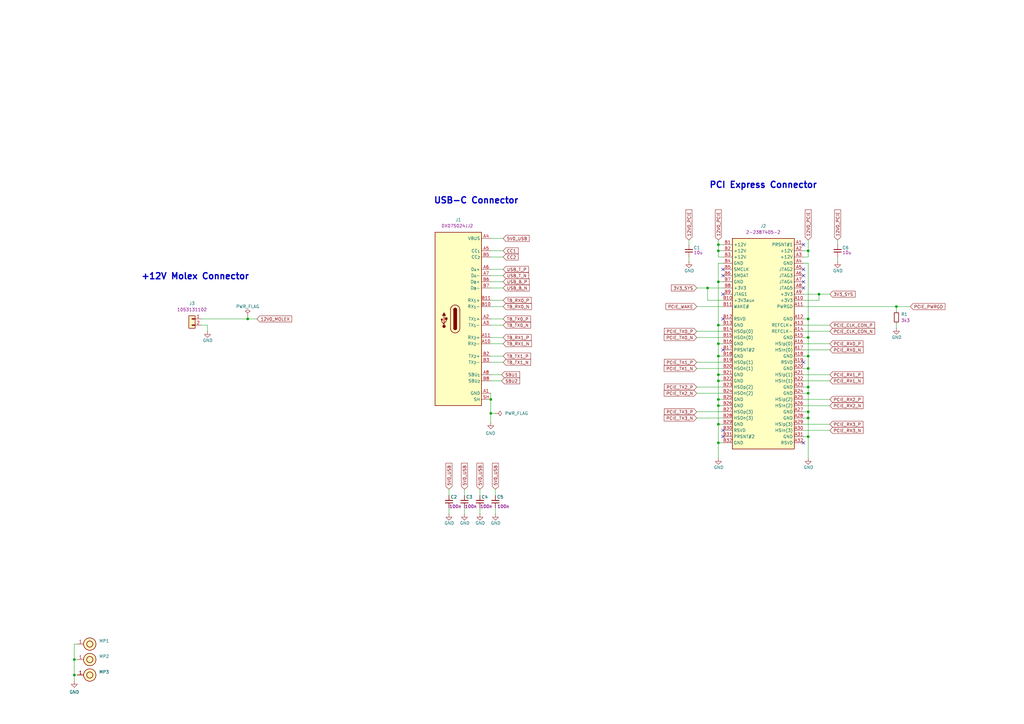
<source format=kicad_sch>
(kicad_sch (version 20231120) (generator "eeschema") (generator_version "8.0")
  (paper "A3")
  (title_block (title "Thunderbolt PCIe Adaper") (date "2023-08-09") (rev "1.0.2") (comment 1 "www.antmicro.com") (comment 2 "Antmicro Ltd."))
  (lib_symbols
    (symbol "antmicroCapacitors0402:C_100n_0402" (pin_numbers hide) (pin_names hide)
      (property "Reference" "C" (at 20.32 -5.08 0))
      (property "Val" "100n" (at 20.32 -7.62 0))
      (symbol "C_100n_0402_0_1"
        (polyline (pts (xy 2.032 -1.524) (xy 2.032 1.524)) (stroke (width 0.3048)))
        (polyline (pts (xy 3.048 -1.524) (xy 3.048 1.524)) (stroke (width 0.3302)))
      )
      (symbol "C_100n_0402_1_1"
        (pin passive line (at 0 0 0) (length 2.032) (name "~") (number "1"))
        (pin passive line (at 5.08 0 180) (length 2.032) (name "~") (number "2"))
      )
    )
    (symbol "antmicroCapacitorsmisc:C_10u_0805_35V" (pin_numbers hide) (pin_names hide)
      (property "Reference" "C" (at 20.32 -5.08 0))
      (property "Val" "10u" (at 20.32 -7.62 0))
      (symbol "C_10u_0805_35V_0_1"
        (polyline (pts (xy 2.032 -1.524) (xy 2.032 1.524)) (stroke (width 0.3048)))
        (polyline (pts (xy 3.048 -1.524) (xy 3.048 1.524)) (stroke (width 0.3302)))
      )
      (symbol "C_10u_0805_35V_1_1"
        (pin passive line (at 0 0 0) (length 2.032) (name "~") (number "1"))
        (pin passive line (at 5.08 0 180) (length 2.032) (name "~") (number "2"))
      )
    )
    (symbol "antmicroMechanicalParts:MP_Pad6mm_Drill3mm" (pin_names hide) (in_bom no)
      (property "Reference" "MP" (at 20.32 -2.54 0))
      (property "Value" "MP_Pad6mm_Drill3mm" (at 20.32 -5.08 0))
      (symbol "MP_Pad6mm_Drill3mm_1_1"
        (circle (center 5.08 0) (radius 1.27) (stroke (width 0.254)) (fill (type background)))
        (circle (center 5.08 0) (radius 2.54) (stroke (width 0.254)) (fill (type background)))
        (pin passive line (at 0 0 0) (length 2.54) (name "~") (number "1"))
      )
    )
    (symbol "antmicroPciConnectors:PCIe_x4_Conn_EdgeMount_Open"
      (property "Reference" "J" (at 48.26 -2.54 0))
      (property "MPN" "2-2387405-2" (at 48.26 -12.7 0))
      (symbol "PCIe_x4_Conn_EdgeMount_Open_0_1"
        (rectangle (start 3.81 2.54) (end 29.21 -83.82) (stroke (width 0.254)) (fill (type background)))
      )
      (symbol "PCIe_x4_Conn_EdgeMount_Open_1_1"
        (pin passive line (at 33.02 0 180) (length 3.81) (name "PRSNT#1") (number "A1"))
        (pin passive line (at 33.02 -22.86 180) (length 3.81) (name "+3V3") (number "A10"))
        (pin passive line (at 33.02 -25.4 180) (length 3.81) (name "PWRGD") (number "A11"))
        (pin passive line (at 33.02 -30.48 180) (length 3.81) (name "GND") (number "A12"))
        (pin passive line (at 33.02 -33.02 180) (length 3.81) (name "REFCLK+") (number "A13"))
        (pin passive line (at 33.02 -35.56 180) (length 3.81) (name "REFCLK-") (number "A14"))
        (pin passive line (at 33.02 -38.1 180) (length 3.81) (name "GND") (number "A15"))
        (pin passive line (at 33.02 -40.64 180) (length 3.81) (name "HSIp(0)") (number "A16"))
        (pin passive line (at 33.02 -43.18 180) (length 3.81) (name "HSIn(0)") (number "A17"))
        (pin passive line (at 33.02 -45.72 180) (length 3.81) (name "GND") (number "A18"))
        (pin passive line (at 33.02 -48.26 180) (length 3.81) (name "RSVD") (number "A19"))
        (pin passive line (at 33.02 -2.54 180) (length 3.81) (name "+12V") (number "A2"))
        (pin passive line (at 33.02 -50.8 180) (length 3.81) (name "GND") (number "A20"))
        (pin passive line (at 33.02 -53.34 180) (length 3.81) (name "HSIp(1)") (number "A21"))
        (pin passive line (at 33.02 -55.88 180) (length 3.81) (name "HSIn(1)") (number "A22"))
        (pin passive line (at 33.02 -58.42 180) (length 3.81) (name "GND") (number "A23"))
        (pin passive line (at 33.02 -60.96 180) (length 3.81) (name "GND") (number "A24"))
        (pin passive line (at 33.02 -63.5 180) (length 3.81) (name "HSIp(2)") (number "A25"))
        (pin passive line (at 33.02 -66.04 180) (length 3.81) (name "HSIn(2)") (number "A26"))
        (pin passive line (at 33.02 -68.58 180) (length 3.81) (name "GND") (number "A27"))
        (pin input line (at 33.02 -71.12 180) (length 3.81) (name "GND") (number "A28"))
        (pin passive line (at 33.02 -73.66 180) (length 3.81) (name "HSIp(3)") (number "A29"))
        (pin passive line (at 33.02 -5.08 180) (length 3.81) (name "+12V") (number "A3"))
        (pin passive line (at 33.02 -76.2 180) (length 3.81) (name "HSIn(3)") (number "A30"))
        (pin passive line (at 33.02 -78.74 180) (length 3.81) (name "GND") (number "A31"))
        (pin passive line (at 33.02 -81.28 180) (length 3.81) (name "RSVD") (number "A32"))
        (pin passive line (at 33.02 -7.62 180) (length 3.81) (name "GND") (number "A4"))
        (pin passive line (at 33.02 -10.16 180) (length 3.81) (name "JTAG2") (number "A5"))
        (pin passive line (at 33.02 -12.7 180) (length 3.81) (name "JTAG3") (number "A6"))
        (pin passive line (at 33.02 -15.24 180) (length 3.81) (name "JTAG4") (number "A7"))
        (pin passive line (at 33.02 -17.78 180) (length 3.81) (name "JTAG5") (number "A8"))
        (pin passive line (at 33.02 -20.32 180) (length 3.81) (name "+3V3") (number "A9"))
        (pin passive line (at 0 0 0) (length 3.81) (name "+12V") (number "B1"))
        (pin passive line (at 0 -22.86 0) (length 3.81) (name "+3V3aux") (number "B10"))
        (pin passive line (at 0 -25.4 0) (length 3.81) (name "WAKE#") (number "B11"))
        (pin passive line (at 0 -30.48 0) (length 3.81) (name "RSVD") (number "B12"))
        (pin passive line (at 0 -33.02 0) (length 3.81) (name "GND") (number "B13"))
        (pin passive line (at 0 -35.56 0) (length 3.81) (name "HSOp(0)") (number "B14"))
        (pin passive line (at 0 -38.1 0) (length 3.81) (name "HSOn(0)") (number "B15"))
        (pin passive line (at 0 -40.64 0) (length 3.81) (name "GND") (number "B16"))
        (pin passive line (at 0 -43.18 0) (length 3.81) (name "PRSNT#2") (number "B17"))
        (pin passive line (at 0 -45.72 0) (length 3.81) (name "GND") (number "B18"))
        (pin passive line (at 0 -48.26 0) (length 3.81) (name "HSOp(1)") (number "B19"))
        (pin passive line (at 0 -2.54 0) (length 3.81) (name "+12V") (number "B2"))
        (pin passive line (at 0 -50.8 0) (length 3.81) (name "HSOn(1)") (number "B20"))
        (pin passive line (at 0 -53.34 0) (length 3.81) (name "GND") (number "B21"))
        (pin passive line (at 0 -55.88 0) (length 3.81) (name "GND") (number "B22"))
        (pin passive line (at 0 -58.42 0) (length 3.81) (name "HSOp(2)") (number "B23"))
        (pin passive line (at 0 -60.96 0) (length 3.81) (name "HSOn(2)") (number "B24"))
        (pin passive line (at 0 -63.5 0) (length 3.81) (name "GND") (number "B25"))
        (pin passive line (at 0 -66.04 0) (length 3.81) (name "GND") (number "B26"))
        (pin passive line (at 0 -68.58 0) (length 3.81) (name "HSOp(3)") (number "B27"))
        (pin passive line (at 0 -71.12 0) (length 3.81) (name "HSOn(3)") (number "B28"))
        (pin passive line (at 0 -73.66 0) (length 3.81) (name "GND") (number "B29"))
        (pin passive line (at 0 -5.08 0) (length 3.81) (name "+12V") (number "B3"))
        (pin passive line (at 0 -76.2 0) (length 3.81) (name "RSVD") (number "B30"))
        (pin passive line (at 0 -78.74 0) (length 3.81) (name "PRSNT#2") (number "B31"))
        (pin passive line (at 0 -81.28 0) (length 3.81) (name "GND") (number "B32"))
        (pin passive line (at 0 -7.62 0) (length 3.81) (name "GND") (number "B4"))
        (pin passive line (at 0 -10.16 0) (length 3.81) (name "SMCLK") (number "B5"))
        (pin passive line (at 0 -12.7 0) (length 3.81) (name "SMDAT") (number "B6"))
        (pin passive line (at 0 -15.24 0) (length 3.81) (name "GND") (number "B7"))
        (pin passive line (at 0 -17.78 0) (length 3.81) (name "+3V3") (number "B8"))
        (pin passive line (at 0 -20.32 0) (length 3.81) (name "JTAG1") (number "B9"))
      )
    )
    (symbol "antmicroResistors0402:R_3k3_0402" (pin_numbers hide) (pin_names hide)
      (property "Reference" "R" (at 20.32 -5.08 0))
      (property "Val" "3k3" (at 20.32 -7.62 0))
      (symbol "R_3k3_0402_0_1"
        (rectangle (start 0.635 0.889) (end 4.445 -0.889) (stroke (width 0.254)))
      )
      (symbol "R_3k3_0402_1_1"
        (pin passive line (at 0 0 0) (length 0.635) (name "~") (number "1"))
        (pin passive line (at 5.08 0 180) (length 0.635) (name "~") (number "2"))
      )
    )
    (symbol "antmicroUSBConnectors:USB-C_JAE_DX07S024JJ2"
      (property "Reference" "J" (at 36.83 2.54 0))
      (property "Value" "USB-C_JAE_DX07S024JJ2" (at 36.83 0 0))
      (symbol "USB-C_JAE_DX07S024JJ2_1_1"
        (rectangle (start -22.86 -68.58) (end -3.81 2.54) (stroke (width 0.254)) (fill (type background)))
        (circle (center -20.066 -33.274) (radius 0.284) (stroke (width 0.254)) (fill (type outline)))
        (circle (center -19.177 -36.068) (radius 0.5236) (stroke (width 0.254)) (fill (type outline)))
        (rectangle (start -18.669 -33.274) (end -17.907 -32.512) (stroke (width 0.254)) (fill (type outline)))
        (arc (start -16.51 -36.83) (mid -14.605 -38.7267) (end -12.7 -36.83) (stroke (width 0.254)) (fill (type background)))
        (arc (start -15.24 -36.83) (mid -14.605 -37.4623) (end -13.97 -36.83) (stroke (width 0.254)) (fill (type outline)))
        (arc (start -15.24 -36.83) (mid -14.605 -37.4623) (end -13.97 -36.83) (stroke (width 0.254)) (fill (type background)))
        (rectangle (start -15.24 -36.83) (end -13.97 -29.21) (stroke (width 0.254)) (fill (type outline)))
        (arc (start -13.97 -29.21) (mid -14.605 -28.5777) (end -15.24 -29.21) (stroke (width 0.254)) (fill (type outline)))
        (arc (start -13.97 -29.21) (mid -14.605 -28.5777) (end -15.24 -29.21) (stroke (width 0.254)) (fill (type background)))
        (arc (start -12.7 -29.21) (mid -14.605 -27.3133) (end -16.51 -29.21) (stroke (width 0.254)) (fill (type background)))
        (polyline (pts (xy -19.177 -35.941) (xy -19.177 -31.623)) (stroke (width 0.254)) (fill (type background)))
        (polyline (pts (xy -16.51 -36.83) (xy -16.51 -29.21)) (stroke (width 0.254)) (fill (type background)))
        (polyline (pts (xy -12.7 -29.21) (xy -12.7 -36.83)) (stroke (width 0.254)) (fill (type background)))
        (polyline (pts (xy -19.177 -35.179) (xy -20.066 -34.29) (xy -20.066 -33.655)) (stroke (width 0.254)) (fill (type background)))
        (polyline (pts (xy -19.177 -34.798) (xy -18.288 -33.909) (xy -18.288 -33.274)) (stroke (width 0.254)) (fill (type background)))
        (polyline (pts (xy -19.812 -31.623) (xy -19.177 -30.48) (xy -18.542 -31.623) (xy -19.812 -31.623)) (stroke (width 0.254)) (fill (type outline)))
        (pin power_in line (at 0 -63.5 180) (length 3.81) (name "GND") (number "A1"))
        (pin bidirectional line (at 0 -43.18 180) (length 3.81) (name "RX_{2}-") (number "A10"))
        (pin bidirectional line (at 0 -40.64 180) (length 3.81) (name "RX_{2}+") (number "A11"))
        (pin passive line (at 0 -63.5 180) (length 3.81) hide (name "GND") (number "A12"))
        (pin bidirectional line (at 0 -33.02 180) (length 3.81) (name "TX_{1}+") (number "A2"))
        (pin bidirectional line (at 0 -35.56 180) (length 3.81) (name "TX_{1}-") (number "A3"))
        (pin passive line (at 0 0 180) (length 3.81) (name "VBUS") (number "A4"))
        (pin bidirectional line (at 0 -5.08 180) (length 3.81) (name "CC_{1}") (number "A5"))
        (pin bidirectional line (at 0 -12.7 180) (length 3.81) (name "D_{A}+") (number "A6"))
        (pin bidirectional line (at 0 -15.24 180) (length 3.81) (name "D_{A}-") (number "A7"))
        (pin bidirectional line (at 0 -55.88 180) (length 3.81) (name "SBU_{1}") (number "A8"))
        (pin passive line (at 0 0 180) (length 3.81) hide (name "VBUS") (number "A9"))
        (pin passive line (at 0 -63.5 180) (length 3.81) hide (name "GND") (number "B1"))
        (pin bidirectional line (at 0 -27.94 180) (length 3.81) (name "RX_{1}-") (number "B10"))
        (pin bidirectional line (at 0 -25.4 180) (length 3.81) (name "RX_{1}+") (number "B11"))
        (pin passive line (at 0 -63.5 180) (length 3.81) hide (name "GND") (number "B12"))
        (pin bidirectional line (at 0 -48.26 180) (length 3.81) (name "TX_{2}+") (number "B2"))
        (pin bidirectional line (at 0 -50.8 180) (length 3.81) (name "TX_{2}-") (number "B3"))
        (pin passive line (at 0 0 180) (length 3.81) hide (name "VBUS") (number "B4"))
        (pin bidirectional line (at 0 -7.62 180) (length 3.81) (name "CC_{2}") (number "B5"))
        (pin bidirectional line (at 0 -17.78 180) (length 3.81) (name "D_{B}+") (number "B6"))
        (pin bidirectional line (at 0 -20.32 180) (length 3.81) (name "D_{B}-") (number "B7"))
        (pin bidirectional line (at 0 -58.42 180) (length 3.81) (name "SBU_{2}") (number "B8"))
        (pin passive line (at 0 0 180) (length 3.81) hide (name "VBUS") (number "B9"))
        (pin passive line (at 0 -66.04 180) (length 3.81) (name "SH") (number "SH"))
      )
    )
    (symbol "antmicroWire2BoardConnectors:Molex_Nano-Fit_1x2_1053131102"
      (property "Reference" "J" (at 13.335 -2.54 0))
      (property "MPN" "1053131102" (at 13.335 -15.24 0))
      (symbol "Molex_Nano-Fit_1x2_1053131102_1_1"
        (rectangle (start 2.54 -2.413) (end 3.81 -2.667) (stroke (width 0.254)) (fill (type background)))
        (rectangle (start 2.54 0.127) (end 3.81 -0.127) (stroke (width 0.254)) (fill (type background)))
        (rectangle (start 2.54 1.27) (end 5.08 -3.81) (stroke (width 0.254)) (fill (type background)))
        (pin input line (at 0 0 0) (length 2.54) (name "~") (number "1"))
        (pin input line (at 0 -2.54 0) (length 2.54) (name "~") (number "2"))
      )
    )
    (symbol "antmicropower:GND" (power) (pin_numbers hide) (pin_names hide)
      (property "Value" "GND" (at 8.89 -5.08 0))
      (symbol "GND_1_1"
        (polyline (pts (xy 0 0) (xy 0 -1.27) (xy 1.27 -1.27) (xy 0 -2.54) (xy -1.27 -1.27) (xy 0 -1.27)))
        (pin power_in line (at 0 0 270) (length 0) (name "GND") (number "1"))
      )
    )
    (symbol "antmicropower:PWR_FLAG" (power) (pin_numbers hide) (pin_names (offset 0) hide)
      (property "Value" "PWR_FLAG" (at 0 3.81 0))
      (symbol "PWR_FLAG_0_0"
        (pin power_out line (at 0 0 90) (length 0) (name "pwr") (number "1"))
      )
      (symbol "PWR_FLAG_0_1"
        (polyline (pts (xy 0 0) (xy 0 1.27) (xy -1.016 1.905) (xy 0 2.54) (xy 1.016 1.905) (xy 0 1.27)))
      )
    )
  )
  (junction (at 290.195 118.11))
  (junction (at 294.64 115.57))
  (junction (at 294.64 133.35))
  (junction (at 294.64 153.67))
  (junction (at 30.48 270.51))
  (junction (at 294.64 102.87))
  (junction (at 294.64 173.99))
  (junction (at 294.64 146.05))
  (junction (at 331.47 138.43))
  (junction (at 331.47 151.13))
  (junction (at 201.295 163.83))
  (junction (at 331.47 102.87))
  (junction (at 30.48 276.86))
  (junction (at 331.47 146.05))
  (junction (at 335.915 120.65))
  (junction (at 331.47 130.81))
  (junction (at 294.64 140.97))
  (junction (at 201.295 169.545))
  (junction (at 331.47 161.29))
  (junction (at 331.47 168.91))
  (junction (at 101.6 130.81))
  (junction (at 331.47 158.75))
  (junction (at 294.64 166.37))
  (junction (at 294.64 181.61))
  (junction (at 294.64 163.83))
  (junction (at 294.64 100.33))
  (junction (at 331.47 179.07))
  (junction (at 367.665 125.73))
  (junction (at 331.47 171.45))
  (junction (at 294.64 156.21))
  (no_connect (at 296.545 110.49))
  (no_connect (at 296.545 176.53))
  (no_connect (at 296.545 143.51))
  (no_connect (at 329.565 110.49))
  (no_connect (at 329.565 181.61))
  (no_connect (at 296.545 113.03))
  (no_connect (at 296.545 130.81))
  (no_connect (at 329.565 100.33))
  (no_connect (at 296.545 179.07))
  (no_connect (at 329.565 113.03))
  (no_connect (at 296.545 120.65))
  (no_connect (at 329.565 115.57))
  (no_connect (at 329.565 148.59))
  (no_connect (at 329.565 118.11))
  (wire (pts (xy 294.64 133.35) (xy 294.64 140.97)))
  (wire (pts (xy 329.565 173.99) (xy 340.36 173.99)))
  (wire (pts (xy 190.5 200.66) (xy 190.5 203.2)))
  (wire (pts (xy 329.565 102.87) (xy 331.47 102.87)))
  (wire (pts (xy 282.575 98.425) (xy 282.575 100.33)))
  (wire (pts (xy 294.64 102.87) (xy 296.545 102.87)))
  (wire (pts (xy 285.75 171.45) (xy 296.545 171.45)))
  (wire (pts (xy 285.75 158.75) (xy 296.545 158.75)))
  (wire (pts (xy 294.64 107.95) (xy 294.64 115.57)))
  (wire (pts (xy 296.545 140.97) (xy 294.64 140.97)))
  (wire (pts (xy 331.47 168.91) (xy 331.47 171.45)))
  (wire (pts (xy 329.565 130.81) (xy 331.47 130.81)))
  (wire (pts (xy 294.64 156.21) (xy 294.64 163.83)))
  (wire (pts (xy 201.295 102.87) (xy 206.375 102.87)))
  (wire (pts (xy 290.195 118.11) (xy 290.195 123.19)))
  (wire (pts (xy 329.565 179.07) (xy 331.47 179.07)))
  (wire (pts (xy 367.665 132.715) (xy 367.665 134.62)))
  (wire (pts (xy 331.47 171.45) (xy 331.47 179.07)))
  (wire (pts (xy 329.565 125.73) (xy 367.665 125.73)))
  (wire (pts (xy 331.47 146.05) (xy 331.47 151.13)))
  (wire (pts (xy 184.15 200.66) (xy 184.15 203.2)))
  (wire (pts (xy 285.75 148.59) (xy 296.545 148.59)))
  (wire (pts (xy 31.75 276.86) (xy 30.48 276.86)))
  (wire (pts (xy 329.565 163.83) (xy 340.36 163.83)))
  (wire (pts (xy 196.85 200.66) (xy 196.85 203.2)))
  (wire (pts (xy 294.64 102.87) (xy 294.64 105.41)))
  (wire (pts (xy 203.2 200.66) (xy 203.2 203.2)))
  (wire (pts (xy 331.47 130.81) (xy 331.47 138.43)))
  (wire (pts (xy 201.295 113.03) (xy 206.375 113.03)))
  (wire (pts (xy 190.5 208.28) (xy 190.5 210.82)))
  (wire (pts (xy 329.565 120.65) (xy 335.915 120.65)))
  (wire (pts (xy 367.665 125.73) (xy 367.665 127.635)))
  (wire (pts (xy 331.47 179.07) (xy 331.47 187.96)))
  (wire (pts (xy 294.64 100.33) (xy 294.64 102.87)))
  (wire (pts (xy 285.75 168.91) (xy 296.545 168.91)))
  (wire (pts (xy 331.47 161.29) (xy 331.47 168.91)))
  (wire (pts (xy 201.295 163.83) (xy 201.295 169.545)))
  (wire (pts (xy 335.915 120.65) (xy 340.36 120.65)))
  (wire (pts (xy 329.565 176.53) (xy 340.36 176.53)))
  (wire (pts (xy 196.85 208.28) (xy 196.85 210.82)))
  (wire (pts (xy 331.47 151.13) (xy 331.47 158.75)))
  (wire (pts (xy 329.565 146.05) (xy 331.47 146.05)))
  (wire (pts (xy 296.545 133.35) (xy 294.64 133.35)))
  (wire (pts (xy 101.6 129.54) (xy 101.6 130.81)))
  (wire (pts (xy 201.295 153.67) (xy 205.74 153.67)))
  (wire (pts (xy 296.545 163.83) (xy 294.64 163.83)))
  (wire (pts (xy 294.64 100.33) (xy 296.545 100.33)))
  (wire (pts (xy 285.75 161.29) (xy 296.545 161.29)))
  (wire (pts (xy 201.295 97.79) (xy 206.375 97.79)))
  (wire (pts (xy 294.64 163.83) (xy 294.64 166.37)))
  (wire (pts (xy 296.545 166.37) (xy 294.64 166.37)))
  (wire (pts (xy 294.64 98.425) (xy 294.64 100.33)))
  (wire (pts (xy 201.295 105.41) (xy 206.375 105.41)))
  (wire (pts (xy 101.6 130.81) (xy 105.41 130.81)))
  (wire (pts (xy 201.295 169.545) (xy 201.295 173.355)))
  (wire (pts (xy 331.47 98.425) (xy 331.47 102.87)))
  (wire (pts (xy 30.48 276.86) (xy 30.48 279.4)))
  (wire (pts (xy 85.09 135.89) (xy 85.09 133.35)))
  (wire (pts (xy 329.565 123.19) (xy 335.915 123.19)))
  (wire (pts (xy 367.665 125.73) (xy 373.38 125.73)))
  (wire (pts (xy 329.565 140.97) (xy 340.36 140.97)))
  (wire (pts (xy 201.295 133.35) (xy 206.375 133.35)))
  (wire (pts (xy 331.47 105.41) (xy 329.565 105.41)))
  (wire (pts (xy 201.295 161.29) (xy 201.295 163.83)))
  (wire (pts (xy 331.47 158.75) (xy 331.47 161.29)))
  (wire (pts (xy 294.64 166.37) (xy 294.64 173.99)))
  (wire (pts (xy 282.575 105.41) (xy 282.575 107.315)))
  (wire (pts (xy 296.545 146.05) (xy 294.64 146.05)))
  (wire (pts (xy 329.565 133.35) (xy 340.36 133.35)))
  (wire (pts (xy 285.75 138.43) (xy 296.545 138.43)))
  (wire (pts (xy 82.55 130.81) (xy 101.6 130.81)))
  (wire (pts (xy 85.09 133.35) (xy 82.55 133.35)))
  (wire (pts (xy 290.195 123.19) (xy 296.545 123.19)))
  (wire (pts (xy 30.48 270.51) (xy 30.48 276.86)))
  (wire (pts (xy 294.64 173.99) (xy 294.64 181.61)))
  (wire (pts (xy 296.545 173.99) (xy 294.64 173.99)))
  (wire (pts (xy 329.565 135.89) (xy 340.36 135.89)))
  (wire (pts (xy 343.535 98.425) (xy 343.535 100.33)))
  (wire (pts (xy 296.545 115.57) (xy 294.64 115.57)))
  (wire (pts (xy 296.545 181.61) (xy 294.64 181.61)))
  (wire (pts (xy 201.295 125.73) (xy 206.375 125.73)))
  (wire (pts (xy 294.64 115.57) (xy 294.64 133.35)))
  (wire (pts (xy 285.75 135.89) (xy 296.545 135.89)))
  (wire (pts (xy 294.64 140.97) (xy 294.64 146.05)))
  (wire (pts (xy 329.565 107.95) (xy 331.47 107.95)))
  (wire (pts (xy 285.75 151.13) (xy 296.545 151.13)))
  (wire (pts (xy 329.565 168.91) (xy 331.47 168.91)))
  (wire (pts (xy 201.295 123.19) (xy 206.375 123.19)))
  (wire (pts (xy 201.295 115.57) (xy 206.375 115.57)))
  (wire (pts (xy 203.2 208.28) (xy 203.2 210.82)))
  (wire (pts (xy 329.565 153.67) (xy 340.36 153.67)))
  (wire (pts (xy 331.47 102.87) (xy 331.47 105.41)))
  (wire (pts (xy 285.75 118.11) (xy 290.195 118.11)))
  (wire (pts (xy 201.295 156.21) (xy 205.74 156.21)))
  (wire (pts (xy 329.565 158.75) (xy 331.47 158.75)))
  (wire (pts (xy 201.295 138.43) (xy 206.375 138.43)))
  (wire (pts (xy 285.75 125.73) (xy 296.545 125.73)))
  (wire (pts (xy 201.295 118.11) (xy 206.375 118.11)))
  (wire (pts (xy 184.15 208.28) (xy 184.15 210.82)))
  (wire (pts (xy 329.565 156.21) (xy 340.36 156.21)))
  (wire (pts (xy 296.545 153.67) (xy 294.64 153.67)))
  (wire (pts (xy 290.195 118.11) (xy 296.545 118.11)))
  (wire (pts (xy 294.64 153.67) (xy 294.64 156.21)))
  (wire (pts (xy 329.565 151.13) (xy 331.47 151.13)))
  (wire (pts (xy 296.545 156.21) (xy 294.64 156.21)))
  (wire (pts (xy 329.565 161.29) (xy 331.47 161.29)))
  (wire (pts (xy 201.295 110.49) (xy 206.375 110.49)))
  (wire (pts (xy 30.48 264.16) (xy 30.48 270.51)))
  (wire (pts (xy 329.565 171.45) (xy 331.47 171.45)))
  (wire (pts (xy 294.64 146.05) (xy 294.64 153.67)))
  (wire (pts (xy 343.535 105.41) (xy 343.535 107.315)))
  (wire (pts (xy 335.915 123.19) (xy 335.915 120.65)))
  (wire (pts (xy 201.295 130.81) (xy 206.375 130.81)))
  (wire (pts (xy 331.47 138.43) (xy 331.47 146.05)))
  (wire (pts (xy 30.48 264.16) (xy 31.75 264.16)))
  (wire (pts (xy 296.545 107.95) (xy 294.64 107.95)))
  (wire (pts (xy 329.565 166.37) (xy 340.36 166.37)))
  (wire (pts (xy 296.545 105.41) (xy 294.64 105.41)))
  (wire (pts (xy 201.295 148.59) (xy 206.375 148.59)))
  (wire (pts (xy 201.295 140.97) (xy 206.375 140.97)))
  (wire (pts (xy 201.295 146.05) (xy 206.375 146.05)))
  (wire (pts (xy 294.64 181.61) (xy 294.64 187.96)))
  (wire (pts (xy 201.295 169.545) (xy 203.2 169.545)))
  (wire (pts (xy 331.47 107.95) (xy 331.47 130.81)))
  (wire (pts (xy 31.75 270.51) (xy 30.48 270.51)))
  (wire (pts (xy 329.565 138.43) (xy 331.47 138.43)))
  (wire (pts (xy 329.565 143.51) (xy 340.36 143.51)))
  (text "+12V Molex Connector" (at 57.785 114.935 0) (effects (font (size 2.54 2.54) (bold yes)) (justify left bottom)))
  (text "PCI Express Connector" (at 290.83 77.47 0) (effects (font (size 2.54 2.54) (bold yes)) (justify left bottom)))
  (text "USB-C Connector" (at 177.8 83.82 0) (effects (font (size 2.54 2.54) (bold yes)) (justify left bottom)))
  (global_label "PCIE_RX1_P" (shape input) (at 340.36 153.67 0) (property "Intersheetrefs" "${INTERSHEET_REFS}" (effects (hide yes))))
  (global_label "PCIE_TX2_N" (shape input) (at 285.75 161.29 180) (property "Intersheetrefs" "${INTERSHEET_REFS}" (effects (hide yes))))
  (global_label "PCIE_RX2_P" (shape input) (at 340.36 163.83 0) (property "Intersheetrefs" "${INTERSHEET_REFS}" (effects (hide yes))))
  (global_label "TB_RX0_N" (shape input) (at 206.375 125.73 0) (property "Intersheetrefs" "${INTERSHEET_REFS}" (effects (hide yes))))
  (global_label "PCIE_RX0_P" (shape input) (at 340.36 140.97 0) (property "Intersheetrefs" "${INTERSHEET_REFS}" (effects (hide yes))))
  (global_label "5V0_USB" (shape input) (at 203.2 200.66 90) (property "Intersheetrefs" "${INTERSHEET_REFS}" (effects (hide yes))))
  (global_label "CC1" (shape input) (at 206.375 102.87 0) (property "Intersheetrefs" "${INTERSHEET_REFS}" (effects (hide yes))))
  (global_label "TB_TX1_N" (shape input) (at 206.375 148.59 0) (property "Intersheetrefs" "${INTERSHEET_REFS}" (effects (hide yes))))
  (global_label "USB_T_P" (shape input) (at 206.375 110.49 0) (property "Intersheetrefs" "${INTERSHEET_REFS}" (effects (hide yes))))
  (global_label "12V0_PCIE" (shape input) (at 282.575 98.425 90) (property "Intersheetrefs" "${INTERSHEET_REFS}" (effects (hide yes))))
  (global_label "PCIE_CLK_CON_N" (shape input) (at 340.36 135.89 0) (property "Intersheetrefs" "${INTERSHEET_REFS}" (effects (hide yes))))
  (global_label "PCIE_TX0_N" (shape input) (at 285.75 138.43 180) (property "Intersheetrefs" "${INTERSHEET_REFS}" (effects (hide yes))))
  (global_label "PCIE_TX1_N" (shape input) (at 285.75 151.13 180) (property "Intersheetrefs" "${INTERSHEET_REFS}" (effects (hide yes))))
  (global_label "TB_RX1_P" (shape input) (at 206.375 138.43 0) (property "Intersheetrefs" "${INTERSHEET_REFS}" (effects (hide yes))))
  (global_label "PCIE_RX3_P" (shape input) (at 340.36 173.99 0) (property "Intersheetrefs" "${INTERSHEET_REFS}" (effects (hide yes))))
  (global_label "TB_TX0_P" (shape input) (at 206.375 130.81 0) (property "Intersheetrefs" "${INTERSHEET_REFS}" (effects (hide yes))))
  (global_label "PCIE_RX1_N" (shape input) (at 340.36 156.21 0) (property "Intersheetrefs" "${INTERSHEET_REFS}" (effects (hide yes))))
  (global_label "PCIE_TX3_P" (shape input) (at 285.75 168.91 180) (property "Intersheetrefs" "${INTERSHEET_REFS}" (effects (hide yes))))
  (global_label "SBU1" (shape input) (at 205.74 153.67 0) (property "Intersheetrefs" "${INTERSHEET_REFS}" (effects (hide yes))))
  (global_label "TB_TX0_N" (shape input) (at 206.375 133.35 0) (property "Intersheetrefs" "${INTERSHEET_REFS}" (effects (hide yes))))
  (global_label "3V3_SYS" (shape input) (at 285.75 118.11 180) (property "Intersheetrefs" "${INTERSHEET_REFS}" (effects (hide yes))))
  (global_label "3V3_SYS" (shape input) (at 340.36 120.65 0) (property "Intersheetrefs" "${INTERSHEET_REFS}" (effects (hide yes))))
  (global_label "USB_T_N" (shape input) (at 206.375 113.03 0) (property "Intersheetrefs" "${INTERSHEET_REFS}" (effects (hide yes))))
  (global_label "12V0_PCIE" (shape input) (at 331.47 98.425 90) (property "Intersheetrefs" "${INTERSHEET_REFS}" (effects (hide yes))))
  (global_label "USB_B_P" (shape input) (at 206.375 115.57 0) (property "Intersheetrefs" "${INTERSHEET_REFS}" (effects (hide yes))))
  (global_label "SBU2" (shape input) (at 205.74 156.21 0) (property "Intersheetrefs" "${INTERSHEET_REFS}" (effects (hide yes))))
  (global_label "PCIE_CLK_CON_P" (shape input) (at 340.36 133.35 0) (property "Intersheetrefs" "${INTERSHEET_REFS}" (effects (hide yes))))
  (global_label "5V0_USB" (shape input) (at 184.15 200.66 90) (property "Intersheetrefs" "${INTERSHEET_REFS}" (effects (hide yes))))
  (global_label "12V0_PCIE" (shape input) (at 294.64 98.425 90) (property "Intersheetrefs" "${INTERSHEET_REFS}" (effects (hide yes))))
  (global_label "5V0_USB" (shape input) (at 206.375 97.79 0) (property "Intersheetrefs" "${INTERSHEET_REFS}" (effects (hide yes))))
  (global_label "PCIE_RX0_N" (shape input) (at 340.36 143.51 0) (property "Intersheetrefs" "${INTERSHEET_REFS}" (effects (hide yes))))
  (global_label "PCIE_TX2_P" (shape input) (at 285.75 158.75 180) (property "Intersheetrefs" "${INTERSHEET_REFS}" (effects (hide yes))))
  (global_label "12V0_MOLEX" (shape input) (at 105.41 130.81 0) (property "Intersheetrefs" "${INTERSHEET_REFS}" (effects (hide yes))))
  (global_label "USB_B_N" (shape input) (at 206.375 118.11 0) (property "Intersheetrefs" "${INTERSHEET_REFS}" (effects (hide yes))))
  (global_label "PCIE_TX0_P" (shape input) (at 285.75 135.89 180) (property "Intersheetrefs" "${INTERSHEET_REFS}" (effects (hide yes))))
  (global_label "PCIE_WAKE" (shape input) (at 285.75 125.73 180) (property "Intersheetrefs" "${INTERSHEET_REFS}" (effects (hide yes))))
  (global_label "PCIE_RX2_N" (shape input) (at 340.36 166.37 0) (property "Intersheetrefs" "${INTERSHEET_REFS}" (effects (hide yes))))
  (global_label "PCIE_TX3_N" (shape input) (at 285.75 171.45 180) (property "Intersheetrefs" "${INTERSHEET_REFS}" (effects (hide yes))))
  (global_label "TB_RX1_N" (shape input) (at 206.375 140.97 0) (property "Intersheetrefs" "${INTERSHEET_REFS}" (effects (hide yes))))
  (global_label "TB_RX0_P" (shape input) (at 206.375 123.19 0) (property "Intersheetrefs" "${INTERSHEET_REFS}" (effects (hide yes))))
  (global_label "5V0_USB" (shape input) (at 190.5 200.66 90) (property "Intersheetrefs" "${INTERSHEET_REFS}" (effects (hide yes))))
  (global_label "TB_TX1_P" (shape input) (at 206.375 146.05 0) (property "Intersheetrefs" "${INTERSHEET_REFS}" (effects (hide yes))))
  (global_label "PCIE_TX1_P" (shape input) (at 285.75 148.59 180) (property "Intersheetrefs" "${INTERSHEET_REFS}" (effects (hide yes))))
  (global_label "PCIE_RX3_N" (shape input) (at 340.36 176.53 0) (property "Intersheetrefs" "${INTERSHEET_REFS}" (effects (hide yes))))
  (global_label "PCIE_PWRGD" (shape input) (at 373.38 125.73 0) (property "Intersheetrefs" "${INTERSHEET_REFS}" (effects (hide yes))))
  (global_label "5V0_USB" (shape input) (at 196.85 200.66 90) (property "Intersheetrefs" "${INTERSHEET_REFS}" (effects (hide yes))))
  (global_label "CC2" (shape input) (at 206.375 105.41 0) (property "Intersheetrefs" "${INTERSHEET_REFS}" (effects (hide yes))))
  (global_label "12V0_PCIE" (shape input) (at 343.535 98.425 90) (property "Intersheetrefs" "${INTERSHEET_REFS}" (effects (hide yes))))
  (symbol (lib_id "antmicropower:GND") (at 282.575 107.315 0) (unit 1)
    (property "Reference" "#PWR01" (effects (hide yes)))
    (property "Value" "GND" (at 280.67 111.76 0) (effects (justify left bottom)))
    (property "Author" "Antmicro" (effects (hide yes)))
    (property "License" "Apache-2.0" (effects (hide yes)))
  )
  (symbol (lib_id "antmicropower:GND") (at 190.5 210.82 0) (unit 1)
    (property "Reference" "#PWR06" (effects (hide yes)))
    (property "Value" "GND" (at 188.595 215.265 0) (effects (justify left bottom)))
    (property "Author" "Antmicro" (effects (hide yes)))
    (property "License" "Apache-2.0" (effects (hide yes)))
  )
  (symbol (lib_id "antmicroMechanicalParts:MP_Pad6mm_Drill3mm") (at 31.75 264.16 0) (unit 1) (in_bom no)
    (property "Reference" "MP1" (at 40.64 262.89 0) (effects (justify left)))
    (property "Value" "MP_Pad6mm_Drill3mm" (effects (hide yes)))
    (property "Footprint" "antmicro-footprints:MP_Pad6mm_Drill3mm" (effects (hide yes)))
    (property "Author" "Antmicro" (effects (hide yes)))
    (property "License" "Apache-2.0" (effects (hide yes)))
  )
  (symbol (lib_id "antmicroCapacitorsmisc:C_10u_0805_35V") (at 343.535 105.41 90) (unit 1)
    (property "Reference" "C6" (at 345.44 101.6 90) (effects (justify right)))
    (property "Value" "C_10u_0805_35V" (effects (hide yes)))
    (property "Footprint" "antmicro-footprints:C_0805_2012Metric" (effects (hide yes)))
    (property "Datasheet" "https://www.murata.com/products/productdetail?partno=GRM21BR6YA106KE43%23" (effects (hide yes)))
    (property "MPN" "GRM21BR6YA106KE43L" (effects (hide yes)))
    (property "Manufacturer" "Murata" (effects (hide yes)))
    (property "License" "Apache-2.0" (effects (hide yes)))
    (property "Val" "10u" (at 349.25 102.87 90) (effects (justify left bottom)))
    (property "Voltage" "35V" (effects (hide yes)))
    (property "Author" "Antmicro" (effects (hide yes)))
  )
  (symbol (lib_id "antmicropower:GND") (at 294.64 187.96 0) (unit 1)
    (property "Reference" "#PWR02" (effects (hide yes)))
    (property "Value" "GND" (at 292.735 192.405 0) (effects (justify left bottom)))
    (property "Author" "Antmicro" (effects (hide yes)))
    (property "License" "Apache-2.0" (effects (hide yes)))
  )
  (symbol (lib_id "antmicropower:PWR_FLAG") (at 203.2 169.545 270) (unit 1)
    (property "Reference" "#FLG01" (effects (hide yes)))
    (property "Value" "PWR_FLAG" (at 207.01 169.5449 90) (effects (justify left)))
  )
  (symbol (lib_id "antmicroUSBConnectors:USB-C_JAE_DX07S024JJ2") (at 201.295 97.79 0) (unit 1)
    (property "Reference" "J1" (at 187.96 90.17 0))
    (property "Value" "USB-C_JAE_DX07S024JJ2" (effects (hide yes)))
    (property "Footprint" "antmicro-footprints:USB-C_Receptacle_JAE_DX07S024JJ2" (effects (hide yes)))
    (property "Datasheet" "https://www.jae.com/en/connectors/series/detail/product/id=66508" (effects (hide yes)))
    (property "MPN" "DX07S024JJ2" (at 180.975 93.345 0) (effects (justify left bottom)))
    (property "Manufacturer" "JAE Electronics" (effects (hide yes)))
    (property "Author" "Antmicro" (effects (hide yes)))
    (property "License" "Apache-2.0" (effects (hide yes)))
  )
  (symbol (lib_id "antmicroCapacitors0402:C_100n_0402") (at 184.15 208.28 90) (unit 1)
    (property "Reference" "C2" (at 184.785 203.835 90) (effects (justify right)))
    (property "Value" "C_100n_0402" (effects (hide yes)))
    (property "Footprint" "antmicro-footprints:C_0402_1005Metric" (effects (hide yes)))
    (property "Datasheet" "https://www.murata.com/products/productdetail?partno=GRM155R61H104KE14%23" (effects (hide yes)))
    (property "MPN" "GRM155R61H104KE14D" (effects (hide yes)))
    (property "Manufacturer" "Murata" (effects (hide yes)))
    (property "License" "Apache-2.0" (effects (hide yes)))
    (property "Val" "100n" (at 189.23 207.01 90) (effects (justify left bottom)))
    (property "Voltage" "50V" (effects (hide yes)))
    (property "Dielectric" "X5R" (effects (hide yes)))
    (property "Author" "Antmicro" (effects (hide yes)))
  )
  (symbol (lib_id "antmicropower:GND") (at 367.665 134.62 0) (unit 1)
    (property "Reference" "#PWR012" (effects (hide yes)))
    (property "Value" "GND" (at 365.76 139.065 0) (effects (justify left bottom)))
    (property "Author" "Antmicro" (effects (hide yes)))
    (property "License" "Apache-2.0" (effects (hide yes)))
  )
  (symbol (lib_id "antmicropower:GND") (at 343.535 107.315 0) (unit 1)
    (property "Reference" "#PWR011" (effects (hide yes)))
    (property "Value" "GND" (at 341.63 111.76 0) (effects (justify left bottom)))
    (property "Author" "Antmicro" (effects (hide yes)))
    (property "License" "Apache-2.0" (effects (hide yes)))
  )
  (symbol (lib_id "antmicroCapacitors0402:C_100n_0402") (at 190.5 208.28 90) (unit 1)
    (property "Reference" "C3" (at 191.135 203.835 90) (effects (justify right)))
    (property "Value" "C_100n_0402" (effects (hide yes)))
    (property "Footprint" "antmicro-footprints:C_0402_1005Metric" (effects (hide yes)))
    (property "Datasheet" "https://www.murata.com/products/productdetail?partno=GRM155R61H104KE14%23" (effects (hide yes)))
    (property "MPN" "GRM155R61H104KE14D" (effects (hide yes)))
    (property "Manufacturer" "Murata" (effects (hide yes)))
    (property "License" "Apache-2.0" (effects (hide yes)))
    (property "Val" "100n" (at 195.58 207.01 90) (effects (justify left bottom)))
    (property "Voltage" "50V" (effects (hide yes)))
    (property "Dielectric" "X5R" (effects (hide yes)))
    (property "Author" "Antmicro" (effects (hide yes)))
  )
  (symbol (lib_id "antmicroMechanicalParts:MP_Pad6mm_Drill3mm") (at 31.75 270.51 0) (unit 1) (in_bom no)
    (property "Reference" "MP2" (at 40.64 269.24 0) (effects (justify left)))
    (property "Value" "MP_Pad6mm_Drill3mm" (effects (hide yes)))
    (property "Footprint" "antmicro-footprints:MP_Pad6mm_Drill3mm" (effects (hide yes)))
    (property "Author" "Antmicro" (effects (hide yes)))
    (property "License" "Apache-2.0" (effects (hide yes)))
  )
  (symbol (lib_id "antmicropower:GND") (at 196.85 210.82 0) (unit 1)
    (property "Reference" "#PWR07" (effects (hide yes)))
    (property "Value" "GND" (at 194.945 215.265 0) (effects (justify left bottom)))
    (property "Author" "Antmicro" (effects (hide yes)))
    (property "License" "Apache-2.0" (effects (hide yes)))
  )
  (symbol (lib_id "antmicroWire2BoardConnectors:Molex_Nano-Fit_1x2_1053131102") (at 82.55 130.81 0) (mirror y) (unit 1)
    (property "Reference" "J3" (at 78.74 124.46 0))
    (property "Value" "Molex_Nano-Fit_1x2_1053131102" (effects (hide yes)))
    (property "Footprint" "antmicro-footprints:Conn_Molex_Nano-Fit_1x2_1053131102" (effects (hide yes)))
    (property "Datasheet" "https://tools.molex.com/pdm_docs/ps/PS-105300-100-001.pdf" (effects (hide yes)))
    (property "Manufacturer" "Molex" (effects (hide yes)))
    (property "MPN" "1053131102" (at 78.74 127 0))
    (property "Author" "Antmicro" (effects (hide yes)))
    (property "License" "Apache-2.0" (effects (hide yes)))
  )
  (symbol (lib_id "antmicropower:GND") (at 203.2 210.82 0) (unit 1)
    (property "Reference" "#PWR08" (effects (hide yes)))
    (property "Value" "GND" (at 201.295 215.265 0) (effects (justify left bottom)))
    (property "Author" "Antmicro" (effects (hide yes)))
    (property "License" "Apache-2.0" (effects (hide yes)))
  )
  (symbol (lib_id "antmicropower:GND") (at 30.48 279.4 0) (unit 1)
    (property "Reference" "#PWR03" (effects (hide yes)))
    (property "Value" "GND" (at 30.48 283.845 0))
    (property "Author" "Antmicro" (effects (hide yes)))
    (property "License" "Apache-2.0" (effects (hide yes)))
  )
  (symbol (lib_id "antmicroPciConnectors:PCIe_x4_Conn_EdgeMount_Open") (at 296.545 100.33 0) (unit 1)
    (property "Reference" "J2" (at 313.055 92.71 0))
    (property "Value" "PCIe_x4_Conn_EdgeMount_Open" (effects (hide yes)))
    (property "Footprint" "antmicro-footprints:PCIE_TE_2-2387405-2" (effects (hide yes)))
    (property "Datasheet" "https://www.te.com/commerce/DocumentDelivery/DDEController?Action=showdoc&DocId=Customer+Drawing%7F2387405%7FA%7Fpdf%7FEnglish%7FENG_CD_2387405_A.pdf%7F2-2387405-2" (effects (hide yes)))
    (property "MPN" "2-2387405-2" (at 313.055 95.25 0))
    (property "Manufacturer" "TE Connectivity" (effects (hide yes)))
    (property "Author" "Antmicro" (effects (hide yes)))
    (property "License" "Apache-2.0" (effects (hide yes)))
  )
  (symbol (lib_id "antmicroMechanicalParts:MP_Pad6mm_Drill3mm") (at 31.75 276.86 0) (unit 1) (in_bom no)
    (property "Reference" "MP3" (at 40.64 275.59 0) (effects (justify left)))
    (property "Value" "MP_Pad6mm_Drill3mm" (effects (hide yes)))
    (property "Footprint" "antmicro-footprints:MP_Pad6mm_Drill3mm" (effects (hide yes)))
    (property "Author" "Antmicro" (effects (hide yes)))
    (property "License" "Apache-2.0" (effects (hide yes)))
  )
  (symbol (lib_id "antmicropower:GND") (at 85.09 135.89 0) (unit 1)
    (property "Reference" "#PWR0146" (effects (hide yes)))
    (property "Value" "GND" (at 83.185 140.335 0) (effects (justify left bottom)))
    (property "Author" "Antmicro" (effects (hide yes)))
    (property "License" "Apache-2.0" (effects (hide yes)))
  )
  (symbol (lib_id "antmicropower:GND") (at 184.15 210.82 0) (unit 1)
    (property "Reference" "#PWR04" (effects (hide yes)))
    (property "Value" "GND" (at 182.245 215.265 0) (effects (justify left bottom)))
    (property "Author" "Antmicro" (effects (hide yes)))
    (property "License" "Apache-2.0" (effects (hide yes)))
  )
  (symbol (lib_id "antmicropower:GND") (at 331.47 187.96 0) (unit 1)
    (property "Reference" "#PWR010" (effects (hide yes)))
    (property "Value" "GND" (at 329.565 192.405 0) (effects (justify left bottom)))
    (property "Author" "Antmicro" (effects (hide yes)))
    (property "License" "Apache-2.0" (effects (hide yes)))
  )
  (symbol (lib_id "antmicroCapacitors0402:C_100n_0402") (at 203.2 208.28 90) (unit 1)
    (property "Reference" "C5" (at 203.835 203.835 90) (effects (justify right)))
    (property "Value" "C_100n_0402" (effects (hide yes)))
    (property "Footprint" "antmicro-footprints:C_0402_1005Metric" (effects (hide yes)))
    (property "Datasheet" "https://www.murata.com/products/productdetail?partno=GRM155R61H104KE14%23" (effects (hide yes)))
    (property "MPN" "GRM155R61H104KE14D" (effects (hide yes)))
    (property "Manufacturer" "Murata" (effects (hide yes)))
    (property "License" "Apache-2.0" (effects (hide yes)))
    (property "Val" "100n" (at 208.915 207.01 90) (effects (justify left bottom)))
    (property "Voltage" "50V" (effects (hide yes)))
    (property "Dielectric" "X5R" (effects (hide yes)))
    (property "Author" "Antmicro" (effects (hide yes)))
  )
  (symbol (lib_id "antmicroCapacitorsmisc:C_10u_0805_35V") (at 282.575 105.41 90) (unit 1)
    (property "Reference" "C1" (at 284.48 101.6 90) (effects (justify right)))
    (property "Value" "C_10u_0805_35V" (effects (hide yes)))
    (property "Footprint" "antmicro-footprints:C_0805_2012Metric" (effects (hide yes)))
    (property "Datasheet" "https://www.murata.com/products/productdetail?partno=GRM21BR6YA106KE43%23" (effects (hide yes)))
    (property "MPN" "GRM21BR6YA106KE43L" (effects (hide yes)))
    (property "Manufacturer" "Murata" (effects (hide yes)))
    (property "License" "Apache-2.0" (effects (hide yes)))
    (property "Val" "10u" (at 288.29 102.87 90) (effects (justify left bottom)))
    (property "Voltage" "35V" (effects (hide yes)))
    (property "Author" "Antmicro" (effects (hide yes)))
  )
  (symbol (lib_id "antmicropower:PWR_FLAG") (at 101.6 129.54 0) (unit 1)
    (property "Reference" "#FLG0108" (effects (hide yes)))
    (property "Value" "PWR_FLAG" (at 101.6 125.73 0))
  )
  (symbol (lib_id "antmicroResistors0402:R_3k3_0402") (at 367.665 132.715 90) (unit 1)
    (property "Reference" "R1" (at 369.57 128.905 90) (effects (justify right)))
    (property "Value" "R_3k3_0402" (effects (hide yes)))
    (property "Footprint" "antmicro-footprints:R_0402_1005Metric" (effects (hide yes)))
    (property "Datasheet" "https://www.bourns.com/docs/product-datasheets/cr.pdf" (effects (hide yes)))
    (property "MPN" "CR0402-FX-3301GLF" (effects (hide yes)))
    (property "Manufacturer" "Bourns" (effects (hide yes)))
    (property "License" "Apache-2.0" (effects (hide yes)))
    (property "Val" "3k3" (at 369.57 131.445 90) (effects (justify right)))
    (property "Tolerance" "1%" (effects (hide yes)))
    (property "Author" "Antmicro" (effects (hide yes)))
  )
  (symbol (lib_id "antmicroCapacitors0402:C_100n_0402") (at 196.85 208.28 90) (unit 1)
    (property "Reference" "C4" (at 197.485 203.835 90) (effects (justify right)))
    (property "Value" "C_100n_0402" (effects (hide yes)))
    (property "Footprint" "antmicro-footprints:C_0402_1005Metric" (effects (hide yes)))
    (property "Datasheet" "https://www.murata.com/products/productdetail?partno=GRM155R61H104KE14%23" (effects (hide yes)))
    (property "MPN" "GRM155R61H104KE14D" (effects (hide yes)))
    (property "Manufacturer" "Murata" (effects (hide yes)))
    (property "License" "Apache-2.0" (effects (hide yes)))
    (property "Val" "100n" (at 201.93 207.01 90) (effects (justify left bottom)))
    (property "Voltage" "50V" (effects (hide yes)))
    (property "Dielectric" "X5R" (effects (hide yes)))
    (property "Author" "Antmicro" (effects (hide yes)))
  )
  (symbol (lib_id "antmicropower:GND") (at 201.295 173.355 0) (mirror y) (unit 1)
    (property "Reference" "#PWR038" (effects (hide yes)))
    (property "Value" "GND" (at 203.2 178.435 0) (effects (justify left bottom)))
    (property "Author" "Antmicro" (effects (hide yes)))
    (property "License" "Apache-2.0" (effects (hide yes)))
  )
)
</source>
